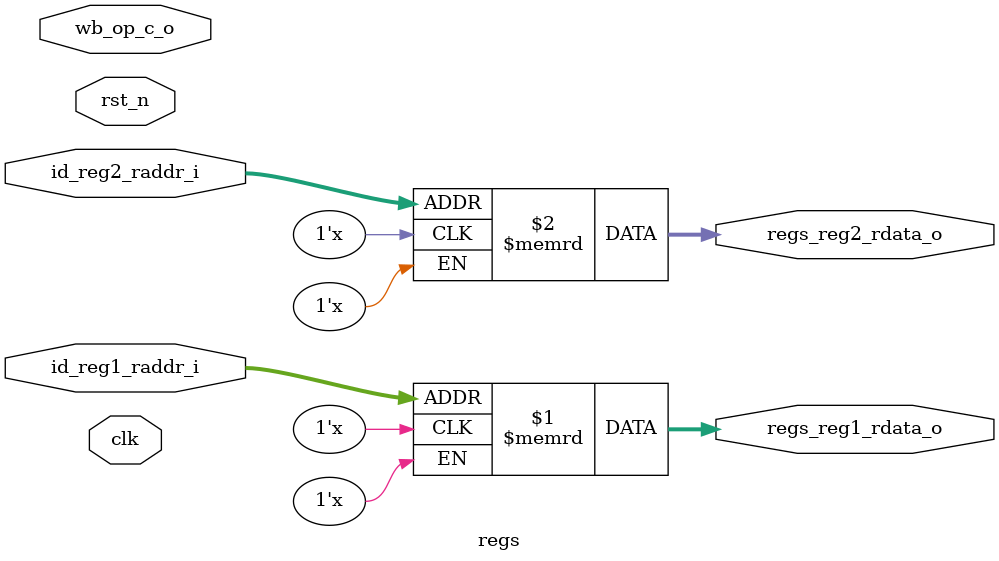
<source format=v>
module regs(
    input   wire                    clk,
    input   wire                    rst_n,
    //from id_stage
    input   wire            [4:0]   id_reg1_raddr_i,
    input   wire            [4:0]   id_reg2_raddr_i,  
    //to id_stage
    output  wire            [31:0]  regs_reg1_rdata_o,
    output  wire            [31:0]  regs_reg2_rdata_o,
    //from wb_stage         
    input   wire            [31:0]  wb_op_c_o
);

    reg [31:0]  regs[0:31]; //先不初始化全为0试一试


    // always @(posedge clk or negedge rst_n)begin
    //     if(rst_n == 1'b0)begin
    //         regs_reg1_rdata_o <= 32'h0;
    //         regs_reg2_rdata_o <= 32'h0;
    //     end
    //     else begin
    //         regs_reg1_rdata_o <= regs[id_reg1_raddr_i];
    //         regs_reg2_rdata_o <= regs[id_reg2_raddr_i];
    //     end
    // end


    assign regs_reg1_rdata_o = regs[id_reg1_raddr_i];
    assign regs_reg2_rdata_o = regs[id_reg2_raddr_i];

endmodule
</source>
